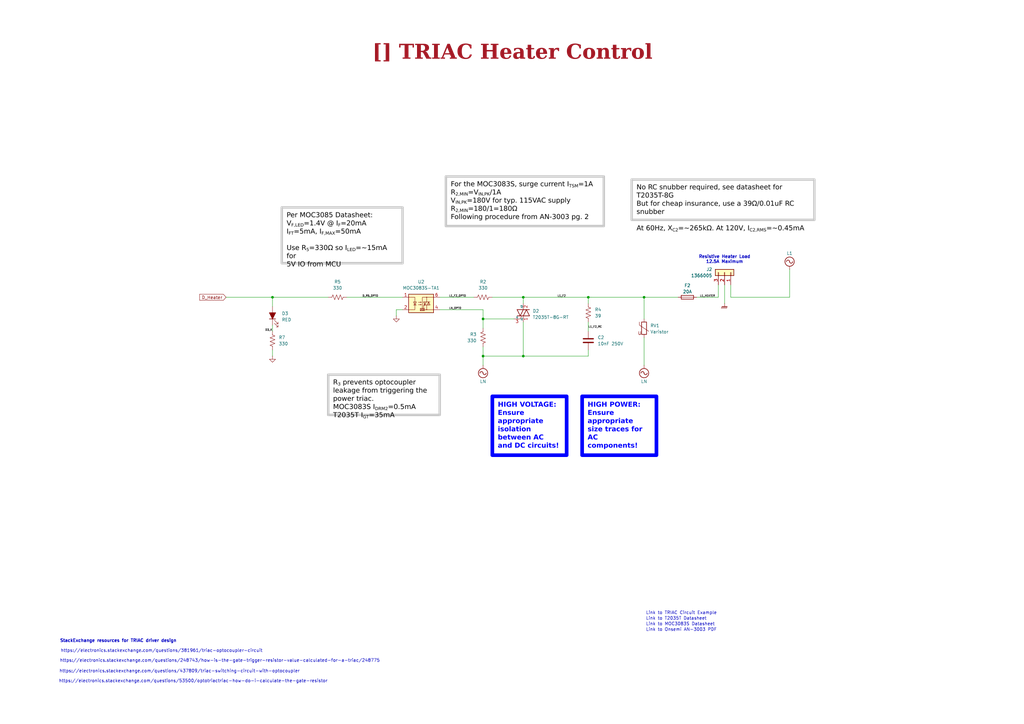
<source format=kicad_sch>
(kicad_sch (version 20250114) (generator "eeschema") (generator_version "9.0")
  (paper "A3")
  (title_block (title "TRIAC Heater Control") (date "2025-09-09") (rev "${REVISION}") (company "${COMPANY}"))
  (lib_symbols
    (symbol "Connector_Generic:Conn_01x03" (pin_names (offset 1.016) (hide yes))
      (property "Reference" "J" (at 0 5.08 0))
      (property "Value" "Conn_01x03" (at 0 -5.08 0))
      (symbol "Conn_01x03_1_1"
        (rectangle (start -1.27 3.81) (end 1.27 -3.81) (stroke (width 0.254)) (fill (type background)))
        (rectangle (start -1.27 2.667) (end 0 2.413) (stroke (width 0.1524)))
        (rectangle (start -1.27 0.127) (end 0 -0.127) (stroke (width 0.1524)))
        (rectangle (start -1.27 -2.413) (end 0 -2.667) (stroke (width 0.1524)))
        (pin passive line (at -5.08 2.54 0) (length 3.81) (name "Pin_1") (number "1"))
        (pin passive line (at -5.08 0 0) (length 3.81) (name "Pin_2") (number "2"))
        (pin passive line (at -5.08 -2.54 0) (length 3.81) (name "Pin_3") (number "3"))
      )
    )
    (symbol "Device:C" (pin_numbers (hide yes)) (pin_names (offset 0.254))
      (property "Reference" "C" (at 0.635 2.54 0))
      (property "Value" "C" (at 0.635 -2.54 0))
      (symbol "C_0_1"
        (polyline (pts (xy -2.032 0.762) (xy 2.032 0.762)) (stroke (width 0.508)))
        (polyline (pts (xy -2.032 -0.762) (xy 2.032 -0.762)) (stroke (width 0.508)))
      )
      (symbol "C_1_1"
        (pin passive line (at 0 3.81 270) (length 2.794) (name "~") (number "1"))
        (pin passive line (at 0 -3.81 90) (length 2.794) (name "~") (number "2"))
      )
    )
    (symbol "Device:Fuse" (pin_numbers (hide yes)) (pin_names (offset 0))
      (property "Reference" "F" (at 2.032 0 90))
      (property "Value" "Fuse" (at -1.905 0 90))
      (symbol "Fuse_0_1"
        (rectangle (start -0.762 -2.54) (end 0.762 2.54) (stroke (width 0.254)))
        (polyline (pts (xy 0 2.54) (xy 0 -2.54)))
      )
      (symbol "Fuse_1_1"
        (pin passive line (at 0 3.81 270) (length 1.27) (name "~") (number "1"))
        (pin passive line (at 0 -3.81 90) (length 1.27) (name "~") (number "2"))
      )
    )
    (symbol "Device:LED_Filled" (pin_numbers (hide yes)) (pin_names (offset 1.016) (hide yes))
      (property "Reference" "D" (at 0 2.54 0))
      (property "Value" "LED_Filled" (at 0 -2.54 0))
      (property "Sim.Pins" "1=K 2=A" (at 0 0 0))
      (symbol "LED_Filled_0_1"
        (polyline (pts (xy -3.048 -0.762) (xy -4.572 -2.286) (xy -3.81 -2.286) (xy -4.572 -2.286) (xy -4.572 -1.524)))
        (polyline (pts (xy -1.778 -0.762) (xy -3.302 -2.286) (xy -2.54 -2.286) (xy -3.302 -2.286) (xy -3.302 -1.524)))
        (polyline (pts (xy -1.27 0) (xy 1.27 0)))
        (polyline (pts (xy -1.27 -1.27) (xy -1.27 1.27)) (stroke (width 0.254)))
        (polyline (pts (xy 1.27 -1.27) (xy 1.27 1.27) (xy -1.27 0) (xy 1.27 -1.27)) (stroke (width 0.254)) (fill (type outline)))
      )
      (symbol "LED_Filled_1_1"
        (pin passive line (at -3.81 0 0) (length 2.54) (name "K") (number "1"))
        (pin passive line (at 3.81 0 180) (length 2.54) (name "A") (number "2"))
      )
    )
    (symbol "Device:R_US" (pin_numbers (hide yes)) (pin_names (offset 0))
      (property "Reference" "R" (at 2.54 0 90))
      (property "Value" "R_US" (at -2.54 0 90))
      (symbol "R_US_0_1"
        (polyline (pts (xy 0 2.286) (xy 0 2.54)))
        (polyline (pts (xy 0 2.286) (xy 1.016 1.905) (xy 0 1.524) (xy -1.016 1.143) (xy 0 0.762)))
        (polyline (pts (xy 0 0.762) (xy 1.016 0.381) (xy 0 0) (xy -1.016 -0.381) (xy 0 -0.762)))
        (polyline (pts (xy 0 -0.762) (xy 1.016 -1.143) (xy 0 -1.524) (xy -1.016 -1.905) (xy 0 -2.286)))
        (polyline (pts (xy 0 -2.286) (xy 0 -2.54)))
      )
      (symbol "R_US_1_1"
        (pin passive line (at 0 3.81 270) (length 1.27) (name "~") (number "1"))
        (pin passive line (at 0 -3.81 90) (length 1.27) (name "~") (number "2"))
      )
    )
    (symbol "Device:Varistor" (pin_numbers (hide yes)) (pin_names (offset 0))
      (property "Reference" "RV" (at 3.175 0 90))
      (property "Value" "Varistor" (at -3.175 0 90))
      (symbol "Varistor_0_0"
        (text "U" (at -1.778 -2.032 0) (effects (font (size 1.27 1.27))))
      )
      (symbol "Varistor_0_1"
        (polyline (pts (xy -1.905 2.54) (xy -1.905 1.27) (xy 1.905 -1.27)))
        (rectangle (start -1.016 -2.54) (end 1.016 2.54) (stroke (width 0.254)))
      )
      (symbol "Varistor_1_1"
        (pin passive line (at 0 3.81 270) (length 1.27) (name "~") (number "1"))
        (pin passive line (at 0 -3.81 90) (length 1.27) (name "~") (number "2"))
      )
    )
    (symbol "Relay_SolidState:MOC3083M"
      (property "Reference" "U" (at -5.08 5.08 0))
      (property "Value" "MOC3083M" (at 0 5.08 0))
      (symbol "MOC3083M_0_0"
        (rectangle (start -0.381 -2.032) (end 1.397 -3.048))
        (polyline (pts (xy 1.524 -0.635) (xy 1.016 -1.016) (xy 1.016 -2.032)))
        (polyline (pts (xy 2.286 -2.54) (xy 1.397 -2.54)))
        (text "ZCD" (at 0.508 -2.54 0) (effects (font (size 0.508 0.508))))
      )
      (symbol "MOC3083M_0_1"
        (rectangle (start -5.08 3.81) (end 5.08 -3.81) (stroke (width 0.254)) (fill (type background)))
        (polyline (pts (xy -5.08 2.54) (xy -2.54 2.54) (xy -2.54 -2.54) (xy -5.08 -2.54)))
        (polyline (pts (xy -3.175 -0.635) (xy -1.905 -0.635)))
        (polyline (pts (xy -2.54 -0.635) (xy -3.175 0.635) (xy -1.905 0.635) (xy -2.54 -0.635)))
        (polyline (pts (xy -1.143 0.508) (xy 0.127 0.508) (xy -0.254 0.381) (xy -0.254 0.635) (xy 0.127 0.508)))
        (polyline (pts (xy -1.143 -0.508) (xy 0.127 -0.508) (xy -0.254 -0.635) (xy -0.254 -0.381) (xy 0.127 -0.508)))
        (polyline (pts (xy 0.889 -0.635) (xy 3.683 -0.635) (xy 3.048 0.635) (xy 2.413 -0.635)))
        (polyline (pts (xy 1.524 -0.635) (xy 1.524 0.635)))
        (polyline (pts (xy 2.286 2.54) (xy 0.508 2.54) (xy 0.508 -2.032)))
        (circle (center 2.286 2.54) (radius 0.127))
        (polyline (pts (xy 2.286 0.635) (xy 2.286 2.54) (xy 5.08 2.54)))
        (polyline (pts (xy 2.286 -0.635) (xy 2.286 -2.54) (xy 5.08 -2.54)))
        (circle (center 2.286 -2.54) (radius 0.127))
        (polyline (pts (xy 3.048 0.635) (xy 3.048 -0.635)))
        (polyline (pts (xy 3.683 0.635) (xy 0.889 0.635) (xy 1.524 -0.635) (xy 2.159 0.635)))
      )
      (symbol "MOC3083M_1_1"
        (pin passive line (at -7.62 2.54 0) (length 2.54) (name "~") (number "1"))
        (pin passive line (at -7.62 -2.54 0) (length 2.54) (name "~") (number "2"))
        (pin no_connect line (at -5.08 0 0) (length 2.54) (hide yes) (name "NC") (number "3"))
        (pin no_connect line (at 5.08 0 180) (length 2.54) (hide yes) (name "NC") (number "5"))
        (pin passive line (at 7.62 2.54 180) (length 2.54) (name "~") (number "6"))
        (pin passive line (at 7.62 -2.54 180) (length 2.54) (name "~") (number "4"))
      )
    )
    (symbol "Triac_Thyristor:Generic_Triac_A1A2G" (pin_names (offset 0))
      (property "Reference" "D" (at 3.175 0.635 0))
      (property "Value" "Generic_Triac_A1A2G" (at 3.175 -1.27 0))
      (symbol "Generic_Triac_A1A2G_0_1"
        (polyline (pts (xy -2.54 1.27) (xy 2.54 1.27)) (stroke (width 0.254)))
        (polyline (pts (xy -2.54 1.27) (xy -1.27 -1.27) (xy 0 1.27)) (stroke (width 0.254)))
        (polyline (pts (xy -2.54 -1.27) (xy 2.54 -1.27)) (stroke (width 0.254)))
        (polyline (pts (xy -1.27 -2.54) (xy -0.635 -1.27)))
        (polyline (pts (xy 0 -1.27) (xy 1.27 1.27) (xy 2.54 -1.27)) (stroke (width 0.254)))
      )
      (symbol "Generic_Triac_A1A2G_1_1"
        (pin input line (at -3.81 -2.54 0) (length 2.54) (name "G") (number "3"))
        (pin passive line (at 0 3.81 270) (length 2.54) (name "A2") (number "2"))
        (pin passive line (at 0 -3.81 90) (length 2.54) (name "A1") (number "1"))
      )
    )
    (symbol "power:AC" (power) (pin_numbers (hide yes)) (pin_names (offset 0) (hide yes))
      (property "Value" "AC" (at 0 6.35 0))
      (symbol "AC_0_1"
        (arc (start -1.27 3.175) (mid -0.635 3.8073) (end 0 3.175) (stroke (width 0.254)))
        (circle (center 0 3.175) (radius 1.905) (stroke (width 0.254)))
        (polyline (pts (xy 0 0) (xy 0 1.27)))
        (arc (start 1.27 3.175) (mid 0.635 2.5427) (end 0 3.175) (stroke (width 0.254)))
      )
      (symbol "AC_1_1"
        (pin power_in line (at 0 0 90) (length 0) (name "~") (number "1"))
      )
    )
    (symbol "power:GND" (power) (pin_numbers (hide yes)) (pin_names (offset 0) (hide yes))
      (property "Value" "GND" (at 0 -3.81 0))
      (symbol "GND_0_1"
        (polyline (pts (xy 0 0) (xy 0 -1.27) (xy 1.27 -1.27) (xy 0 -2.54) (xy -1.27 -1.27) (xy 0 -1.27)))
      )
      (symbol "GND_1_1"
        (pin power_in line (at 0 0 270) (length 0) (name "~") (number "1"))
      )
    )
    (symbol "power:GNDPWR" (power) (pin_numbers (hide yes)) (pin_names (offset 0) (hide yes))
      (property "Value" "GNDPWR" (at 0 -3.302 0))
      (symbol "GNDPWR_0_1"
        (polyline (pts (xy -1.016 -1.27) (xy -1.27 -2.032) (xy -1.27 -2.032)) (stroke (width 0.2032)))
        (polyline (pts (xy -0.508 -1.27) (xy -0.762 -2.032) (xy -0.762 -2.032)) (stroke (width 0.2032)))
        (polyline (pts (xy 0 -1.27) (xy 0 0)))
        (polyline (pts (xy 0 -1.27) (xy -0.254 -2.032) (xy -0.254 -2.032)) (stroke (width 0.2032)))
        (polyline (pts (xy 0.508 -1.27) (xy 0.254 -2.032) (xy 0.254 -2.032)) (stroke (width 0.2032)))
        (polyline (pts (xy 1.016 -1.27) (xy -1.016 -1.27) (xy -1.016 -1.27)) (stroke (width 0.2032)))
        (polyline (pts (xy 1.016 -1.27) (xy 0.762 -2.032) (xy 0.762 -2.032) (xy 0.762 -2.032)) (stroke (width 0.2032)))
      )
      (symbol "GNDPWR_1_1"
        (pin power_in line (at 0 0 270) (length 0) (name "~") (number "1"))
      )
    )
  )
  (text "https://electronics.stackexchange.com/questions/437809/triac-switching-circuit-with-optocoupler" (at 73.66 275.336 0) (effects (font (size 1.27 1.27))))
  (text "Link to TRIAC Circuit Example" (at 264.922 251.46 0) (effects (font (size 1.27 1.27)) (justify left)))
  (text "Link to Onsemi AN-3003 PDF" (at 264.922 258.318 0) (effects (font (size 1.27 1.27)) (justify left)))
  (text "Resistive Heater Load\n12.5A Maximum" (at 297.18 106.426 0) (effects (font (size 1.27 1.27) (thickness 0.254) (bold yes))))
  (text "Link to T2035T Datasheet" (at 264.922 253.746 0) (effects (font (size 1.27 1.27)) (justify left)))
  (text "https://electronics.stackexchange.com/questions/248743/how-is-the-gate-trigger-resistor-value-calculated-for-a-triac/248775" (at 90.17 271.018 0) (effects (font (size 1.27 1.27))))
  (text "Link to MOC3083S Datasheet" (at 264.922 256.032 0) (effects (font (size 1.27 1.27)) (justify left)))
  (text "https://electronics.stackexchange.com/questions/53500/optotriactriac-how-do-i-calculate-the-gate-resistor" (at 79.248 279.4 0) (effects (font (size 1.27 1.27))))
  (text "https://electronics.stackexchange.com/questions/381961/triac-optocoupler-circuit" (at 66.294 266.954 0) (effects (font (size 1.27 1.27))))
  (text "StackExchange resources for TRIAC driver design" (at 48.514 262.89 0) (effects (font (size 1.27 1.27) (thickness 0.254) (bold yes))))
  (text_box "Per MOC3085 Datasheet:\nV_{F,LED}=1.4V @ I_{F}=20mA\nI_{FT}=5mA, I_{F,MAX}=50mA\n\nUse R_{5}=330Ω so I_{LED}=~15mA for\n5V IO from MCU" (at 115.57 85.09 0) (size 49.53 22.86) (margins 2 2 2 2) (stroke (width 1) (color 200 200 200 1)) (effects (font (size 2 2)) (justify left top)))
  (text_box "HIGH VOLTAGE:\nEnsure appropriate isolation between AC and DC circuits!" (at 201.93 162.56 0) (size 30.48 24.13) (margins 2.25 2.25 2.25 2.25) (stroke (width 1.5) (color 0 0 255 1)) (effects (font (size 2 2) (thickness 0.4) (bold yes)) (justify left top)))
  (text_box "R_{3} prevents optocoupler leakage from triggering the power triac.\nMOC3083S I_{DRM2}=0.5mA\nT2035T I_{GT}=35mA" (at 134.62 153.67 0) (size 45.72 16.51) (margins 2 2 2 2) (stroke (width 1) (color 200 200 200 1)) (effects (font (size 2 2)) (justify left top)))
  (text_box "HIGH POWER:\nEnsure appropriate size traces for AC components!" (at 238.76 162.56 0) (size 30.48 24.13) (margins 2.25 2.25 2.25 2.25) (stroke (width 1.5) (color 0 0 255 1)) (effects (font (size 2 2) (thickness 0.4) (bold yes)) (justify left top)))
  (text_box "No RC snubber required, see datasheet for T2035T-8G\nBut for cheap insurance, use a 39Ω/0.01uF RC snubber\n\nAt 60Hz, X_{C2}=~265kΩ. At 120V, I_{C2,RMS}=~0.45mA\n" (at 259.08 73.66 0) (size 74.93 16.51) (margins 2 2 2 2) (stroke (width 1) (color 200 200 200 1)) (effects (font (size 2 2)) (justify left top)))
  (text_box "[${#}] ${TITLE}" (at 10.16 15.24 0) (size 400.05 12.7) (margins 4.4999 4.4999 4.4999 4.4999) (stroke (width -0.0001)) (effects (font (size 6 6) (thickness 1.2) (bold yes))))
  (text_box "For the MOC3083S, surge current I_{TSM}=1A\nR_{2,MIN}=V_{IN,PK}/1A\nV_{IN,PK}=180V for typ. 115VAC supply\nR_{2,MIN}=180/1=180Ω\nFollowing procedure from AN-3003 pg. 2" (at 182.88 72.39 0) (size 64.77 20.32) (margins 2 2 2 2) (stroke (width 1) (color 200 200 200 1)) (effects (font (size 2 2)) (justify left top)))
  (junction (at 198.12 146.05))
  (junction (at 198.12 130.81))
  (junction (at 264.16 121.92))
  (junction (at 214.63 146.05))
  (junction (at 241.3 121.92))
  (junction (at 214.63 121.92))
  (junction (at 111.76 121.92))
  (wire (pts (xy 198.12 146.05) (xy 198.12 149.86)))
  (wire (pts (xy 294.64 121.92) (xy 285.75 121.92)))
  (wire (pts (xy 241.3 121.92) (xy 264.16 121.92)))
  (wire (pts (xy 162.56 127) (xy 162.56 129.54)))
  (wire (pts (xy 241.3 132.08) (xy 241.3 135.89)))
  (wire (pts (xy 165.1 127) (xy 162.56 127)))
  (wire (pts (xy 198.12 130.81) (xy 198.12 134.62)))
  (wire (pts (xy 201.93 121.92) (xy 214.63 121.92)))
  (wire (pts (xy 111.76 143.51) (xy 111.76 146.05)))
  (wire (pts (xy 214.63 146.05) (xy 241.3 146.05)))
  (wire (pts (xy 264.16 138.43) (xy 264.16 149.86)))
  (wire (pts (xy 241.3 124.46) (xy 241.3 121.92)))
  (wire (pts (xy 294.64 116.84) (xy 294.64 121.92)))
  (wire (pts (xy 180.34 121.92) (xy 194.31 121.92)))
  (wire (pts (xy 264.16 121.92) (xy 264.16 130.81)))
  (wire (pts (xy 111.76 125.73) (xy 111.76 121.92)))
  (wire (pts (xy 142.24 121.92) (xy 165.1 121.92)))
  (wire (pts (xy 111.76 133.35) (xy 111.76 135.89)))
  (wire (pts (xy 111.76 121.92) (xy 134.62 121.92)))
  (wire (pts (xy 214.63 124.46) (xy 214.63 121.92)))
  (wire (pts (xy 198.12 130.81) (xy 198.12 127)))
  (wire (pts (xy 323.85 121.92) (xy 299.72 121.92)))
  (wire (pts (xy 214.63 121.92) (xy 241.3 121.92)))
  (wire (pts (xy 299.72 121.92) (xy 299.72 116.84)))
  (wire (pts (xy 92.71 121.92) (xy 111.76 121.92)))
  (wire (pts (xy 241.3 143.51) (xy 241.3 146.05)))
  (wire (pts (xy 264.16 121.92) (xy 278.13 121.92)))
  (wire (pts (xy 198.12 127) (xy 180.34 127)))
  (wire (pts (xy 198.12 146.05) (xy 214.63 146.05)))
  (wire (pts (xy 210.82 130.81) (xy 198.12 130.81)))
  (wire (pts (xy 198.12 146.05) (xy 198.12 142.24)))
  (wire (pts (xy 297.18 116.84) (xy 297.18 124.46)))
  (wire (pts (xy 323.85 110.49) (xy 323.85 121.92)))
  (wire (pts (xy 214.63 132.08) (xy 214.63 146.05)))
  (label "L1_HEATER" (at 287.02 121.92 0) (effects (font (size 0.762 0.762))))
  (label "LN_OPTO" (at 184.15 127 0) (effects (font (size 0.762 0.762))))
  (label "L1_F2" (at 228.6 121.92 0) (effects (font (size 0.762 0.762))))
  (label "L1_F2_OPTO" (at 184.15 121.92 0) (effects (font (size 0.762 0.762))))
  (label "D_R5_OPTO" (at 148.59 121.92 0) (effects (font (size 0.762 0.762))))
  (label "D3_K" (at 111.76 135.89 180) (effects (font (size 0.762 0.762))))
  (label "L1_F2_RC" (at 241.3 134.62 0) (effects (font (size 0.762 0.762))))
  (global_label "D_Heater" (shape input) (at 92.71 121.92 180) (property "Intersheetrefs" "${INTERSHEET_REFS}" (effects (hide yes))))
  (symbol (lib_id "Device:R_US") (at 198.12 138.43 0) (mirror x) (unit 1)
    (property "Reference" "R3" (at 195.459 137.1599 0) (effects (justify right)))
    (property "Value" "330" (at 195.459 139.6999 0) (effects (justify right)))
    (property "Footprint" "Resistor_SMD:R_2512_6332Metric_Pad1.40x3.35mm_HandSolder" (effects (hide yes)))
    (property "Description" "Resistor, US symbol" (effects (hide yes)))
  )
  (symbol (lib_id "Device:C") (at 241.3 139.7 0) (unit 1)
    (property "Reference" "C2" (at 245.11 138.4299 0) (effects (justify left)))
    (property "Value" "10nF 250V" (at 245.11 140.9699 0) (effects (justify left)))
    (property "Footprint" "Capacitor_SMD:C_1206_3216Metric_Pad1.33x1.80mm_HandSolder" (effects (hide yes)))
    (property "Description" "Unpolarized capacitor" (effects (hide yes)))
  )
  (symbol (lib_id "Device:R_US") (at 241.3 128.27 180) (unit 1)
    (property "Reference" "R4" (at 243.961 126.9999 0) (effects (justify right)))
    (property "Value" "39" (at 243.961 129.5399 0) (effects (justify right)))
    (property "Footprint" "Resistor_SMD:R_2512_6332Metric_Pad1.40x3.35mm_HandSolder" (effects (hide yes)))
    (property "Description" "Resistor, US symbol" (effects (hide yes)))
  )
  (symbol (lib_id "power:GND") (at 162.56 129.54 0) (unit 1)
    (property "Reference" "#PWR09" (effects (hide yes)))
    (property "Value" "GND" (effects (hide yes)))
    (property "Description" "Power symbol creates a global label with name \"GND\" , ground" (effects (hide yes)))
  )
  (symbol (lib_id "Connector_Generic:Conn_01x03") (at 297.18 111.76 270) (mirror x) (unit 1)
    (property "Reference" "J2" (at 292.1 110.4899 90) (effects (justify right)))
    (property "Value" "1366005" (at 292.1 113.0299 90) (effects (justify right)))
    (property "Footprint" "PhoenixContact_SPTA:SPTA-THR 2.53-5.0 P26" (effects (hide yes)))
    (property "Description" "Generic connector, single row, 01x03, script generated (kicad-library-utils/schlib/autogen/connector/)" (effects (hide yes)))
  )
  (symbol (lib_id "Device:R_US") (at 111.76 139.7 0) (unit 1)
    (property "Reference" "R7" (at 114.3 138.4299 0) (effects (justify left)))
    (property "Value" "330" (at 114.3 140.9699 0) (effects (justify left)))
    (property "Footprint" "Resistor_SMD:R_0603_1608Metric_Pad0.98x0.95mm_HandSolder" (effects (hide yes)))
    (property "Description" "Resistor, US symbol" (effects (hide yes)))
  )
  (symbol (lib_id "Triac_Thyristor:Generic_Triac_A1A2G") (at 214.63 128.27 0) (unit 1)
    (property "Reference" "D2" (at 218.44 127.5714 0) (effects (justify left)))
    (property "Value" "T2035T-8G-RT" (at 218.44 130.1114 0) (effects (justify left)))
    (property "Footprint" "Package_TO_SOT_SMD:TO-263-2" (effects (hide yes)))
    (property "Description" "Triode for alternating current, anode1/anode2/gate" (effects (hide yes)))
  )
  (symbol (lib_id "power:GNDPWR") (at 297.18 124.46 0) (unit 1)
    (property "Reference" "#PWR06" (effects (hide yes)))
    (property "Value" "GNDPWR" (effects (hide yes)))
    (property "Description" "Power symbol creates a global label with name \"GNDPWR\" , global ground" (effects (hide yes)))
  )
  (symbol (lib_id "power:GND") (at 111.76 146.05 0) (unit 1)
    (property "Reference" "#PWR018" (effects (hide yes)))
    (property "Value" "GND" (effects (hide yes)))
    (property "Description" "Power symbol creates a global label with name \"GND\" , ground" (effects (hide yes)))
  )
  (symbol (lib_id "power:AC") (at 198.12 149.86 180) (unit 1)
    (property "Reference" "#PWR08" (effects (hide yes)))
    (property "Value" "LN" (at 198.12 156.464 0))
    (property "Description" "Power symbol creates a global label with name \"AC\"" (effects (hide yes)))
  )
  (symbol (lib_id "Device:R_US") (at 138.43 121.92 90) (unit 1)
    (property "Reference" "R5" (at 138.43 115.57 90))
    (property "Value" "330" (at 138.43 118.11 90))
    (property "Footprint" "Resistor_SMD:R_0603_1608Metric_Pad0.98x0.95mm_HandSolder" (effects (hide yes)))
    (property "Description" "Resistor, US symbol" (effects (hide yes)))
  )
  (symbol (lib_id "power:AC") (at 264.16 149.86 180) (unit 1)
    (property "Reference" "#PWR029" (effects (hide yes)))
    (property "Value" "LN" (at 264.16 156.464 0))
    (property "Description" "Power symbol creates a global label with name \"AC\"" (effects (hide yes)))
  )
  (symbol (lib_id "Device:LED_Filled") (at 111.76 129.54 90) (unit 1)
    (property "Reference" "D3" (at 115.57 128.5874 90) (effects (justify right)))
    (property "Value" "RED" (at 115.57 131.1274 90) (effects (justify right)))
    (property "Footprint" "LED_SMD:LED_0603_1608Metric_Pad1.05x0.95mm_HandSolder" (effects (hide yes)))
    (property "Description" "Light emitting diode, filled shape" (effects (hide yes)))
  )
  (symbol (lib_id "Device:Fuse") (at 281.94 121.92 90) (unit 1)
    (property "Reference" "F2" (at 281.94 117.094 90))
    (property "Value" "20A" (at 281.94 119.634 90))
    (property "Footprint" "Fuse:Fuseholder_Clip-6.3x32mm_Littelfuse_122_Inline_P34.21x7.62mm_D2.54mm_Horizontal" (effects (hide yes)))
    (property "Description" "Fuse" (effects (hide yes)))
  )
  (symbol (lib_id "power:AC") (at 323.85 110.49 0) (unit 1)
    (property "Reference" "#PWR07" (effects (hide yes)))
    (property "Value" "L1" (at 323.85 103.886 0))
    (property "Description" "Power symbol creates a global label with name \"AC\"" (effects (hide yes)))
  )
  (symbol (lib_id "Device:R_US") (at 198.12 121.92 90) (unit 1)
    (property "Reference" "R2" (at 198.12 115.57 90))
    (property "Value" "330" (at 198.12 118.11 90))
    (property "Footprint" "Resistor_SMD:R_2512_6332Metric_Pad1.40x3.35mm_HandSolder" (effects (hide yes)))
    (property "Description" "Resistor, US symbol" (effects (hide yes)))
  )
  (symbol (lib_id "Relay_SolidState:MOC3083M") (at 172.72 124.46 0) (unit 1)
    (property "Reference" "U2" (at 172.72 115.57 0))
    (property "Value" "MOC3083S-TA1" (at 172.72 118.11 0))
    (property "Footprint" "Package_DIP:SMDIP-6_W9.53mm" (effects (hide yes)))
    (property "Datasheet" "https://www.onsemi.com/pub/Collateral/MOC3083M-D.PDF" (effects (hide yes)))
    (property "Description" "Zero Cross Opto-Triac, Vdrm 800V, Ift 5mA, DIP6" (effects (hide yes)))
  )
  (symbol (lib_id "Device:Varistor") (at 264.16 134.62 0) (unit 1)
    (property "Reference" "RV1" (at 266.7 133.5432 0) (effects (justify left)))
    (property "Value" "Varistor" (at 266.7 136.0832 0) (effects (justify left)))
    (property "Description" "Voltage dependent resistor" (effects (hide yes)))
    (property "Sim.Name" "kicad_builtin_varistor" (effects (hide yes)))
    (property "Sim.Device" "SUBCKT" (effects (hide yes)))
    (property "Sim.Pins" "1=A 2=B" (effects (hide yes)))
    (property "Sim.Params" "threshold=1k" (effects (hide yes)))
    (property "Sim.Library" "${KICAD9_SYMBOL_DIR}/Simulation_SPICE.sp" (effects (hide yes)))
  )
)
</source>
